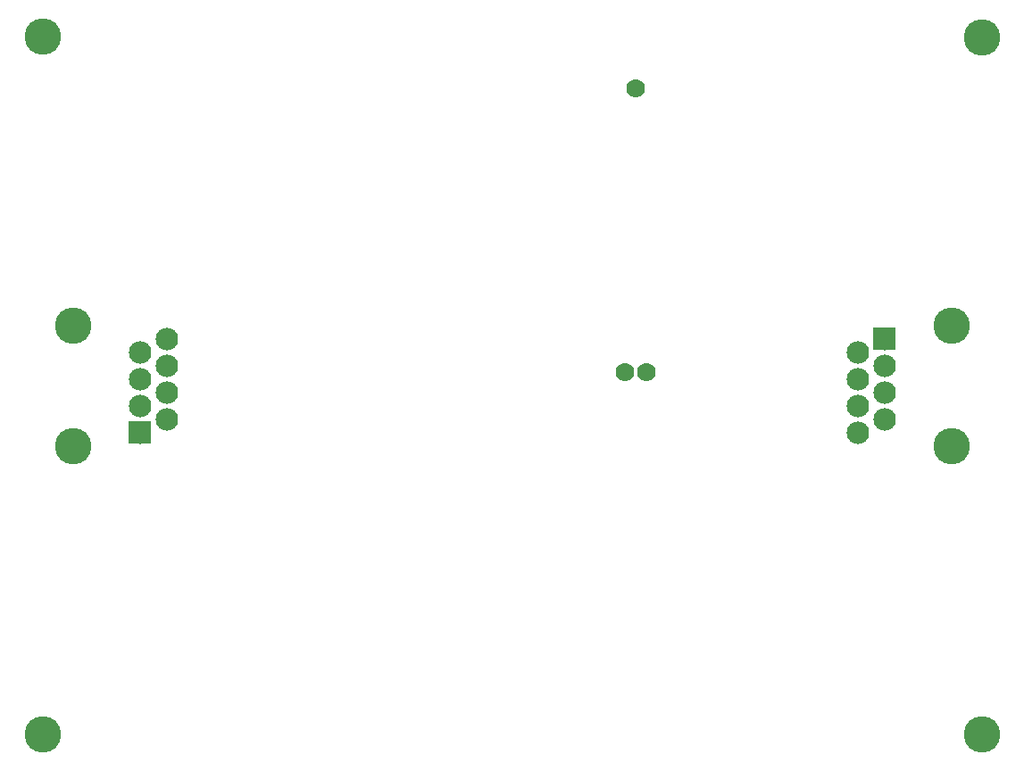
<source format=gbs>
G04 MADE WITH FRITZING*
G04 WWW.FRITZING.ORG*
G04 DOUBLE SIDED*
G04 HOLES PLATED*
G04 CONTOUR ON CENTER OF CONTOUR VECTOR*
%ASAXBY*%
%FSLAX23Y23*%
%MOIN*%
%OFA0B0*%
%SFA1.0B1.0*%
%ADD10C,0.070000*%
%ADD11C,0.135984*%
%ADD12C,0.084000*%
%ADD13R,0.001000X0.001000*%
%LNMASK0*%
G90*
G70*
G54D10*
X2450Y1550D03*
X2410Y2610D03*
X2370Y1550D03*
X2450Y1550D03*
X2410Y2610D03*
X2370Y1550D03*
X2450Y1550D03*
X2410Y2610D03*
X2370Y1550D03*
G54D11*
X198Y198D03*
X197Y2804D03*
X3704Y2803D03*
X3703Y198D03*
G54D12*
X3240Y1325D03*
X3340Y1375D03*
X3240Y1425D03*
X3240Y1525D03*
X3240Y1625D03*
X3340Y1475D03*
X3340Y1575D03*
X3340Y1675D03*
G54D11*
X3590Y1725D03*
X3590Y1275D03*
G54D12*
X3240Y1325D03*
X3340Y1375D03*
X3240Y1425D03*
X3240Y1525D03*
X3240Y1625D03*
X3340Y1475D03*
X3340Y1575D03*
X3340Y1675D03*
G54D11*
X3590Y1725D03*
X3590Y1275D03*
G54D12*
X661Y1675D03*
X561Y1625D03*
X661Y1575D03*
X661Y1475D03*
X661Y1375D03*
X561Y1525D03*
X561Y1425D03*
X561Y1325D03*
G54D11*
X311Y1275D03*
X311Y1725D03*
G54D12*
X661Y1675D03*
X561Y1625D03*
X661Y1575D03*
X661Y1475D03*
X661Y1375D03*
X561Y1525D03*
X561Y1425D03*
X561Y1325D03*
G54D11*
X311Y1275D03*
X311Y1725D03*
G54D13*
X3298Y1717D02*
X3381Y1717D01*
X3298Y1716D02*
X3381Y1716D01*
X3298Y1715D02*
X3381Y1715D01*
X3298Y1714D02*
X3381Y1714D01*
X3298Y1713D02*
X3381Y1713D01*
X3298Y1712D02*
X3381Y1712D01*
X3298Y1711D02*
X3381Y1711D01*
X3298Y1710D02*
X3381Y1710D01*
X3298Y1709D02*
X3381Y1709D01*
X3298Y1708D02*
X3381Y1708D01*
X3298Y1707D02*
X3381Y1707D01*
X3298Y1706D02*
X3381Y1706D01*
X3298Y1705D02*
X3381Y1705D01*
X3298Y1704D02*
X3381Y1704D01*
X3298Y1703D02*
X3381Y1703D01*
X3298Y1702D02*
X3381Y1702D01*
X3298Y1701D02*
X3381Y1701D01*
X3298Y1700D02*
X3381Y1700D01*
X3298Y1699D02*
X3381Y1699D01*
X3298Y1698D02*
X3381Y1698D01*
X3298Y1697D02*
X3381Y1697D01*
X3298Y1696D02*
X3381Y1696D01*
X3298Y1695D02*
X3381Y1695D01*
X3298Y1694D02*
X3381Y1694D01*
X3298Y1693D02*
X3381Y1693D01*
X3298Y1692D02*
X3381Y1692D01*
X3298Y1691D02*
X3381Y1691D01*
X3298Y1690D02*
X3337Y1690D01*
X3342Y1690D02*
X3381Y1690D01*
X3298Y1689D02*
X3333Y1689D01*
X3346Y1689D02*
X3381Y1689D01*
X3298Y1688D02*
X3331Y1688D01*
X3348Y1688D02*
X3381Y1688D01*
X3298Y1687D02*
X3330Y1687D01*
X3349Y1687D02*
X3381Y1687D01*
X3298Y1686D02*
X3329Y1686D01*
X3350Y1686D02*
X3381Y1686D01*
X3298Y1685D02*
X3328Y1685D01*
X3351Y1685D02*
X3381Y1685D01*
X3298Y1684D02*
X3327Y1684D01*
X3352Y1684D02*
X3381Y1684D01*
X3298Y1683D02*
X3326Y1683D01*
X3353Y1683D02*
X3381Y1683D01*
X3298Y1682D02*
X3326Y1682D01*
X3353Y1682D02*
X3381Y1682D01*
X3298Y1681D02*
X3325Y1681D01*
X3354Y1681D02*
X3381Y1681D01*
X3298Y1680D02*
X3325Y1680D01*
X3354Y1680D02*
X3381Y1680D01*
X3298Y1679D02*
X3325Y1679D01*
X3354Y1679D02*
X3381Y1679D01*
X3298Y1678D02*
X3324Y1678D01*
X3354Y1678D02*
X3381Y1678D01*
X3298Y1677D02*
X3324Y1677D01*
X3354Y1677D02*
X3381Y1677D01*
X3298Y1676D02*
X3324Y1676D01*
X3355Y1676D02*
X3381Y1676D01*
X3298Y1675D02*
X3324Y1675D01*
X3355Y1675D02*
X3381Y1675D01*
X3298Y1674D02*
X3324Y1674D01*
X3354Y1674D02*
X3381Y1674D01*
X3298Y1673D02*
X3324Y1673D01*
X3354Y1673D02*
X3381Y1673D01*
X3298Y1672D02*
X3325Y1672D01*
X3354Y1672D02*
X3381Y1672D01*
X3298Y1671D02*
X3325Y1671D01*
X3354Y1671D02*
X3381Y1671D01*
X3298Y1670D02*
X3325Y1670D01*
X3354Y1670D02*
X3381Y1670D01*
X3298Y1669D02*
X3326Y1669D01*
X3353Y1669D02*
X3381Y1669D01*
X3298Y1668D02*
X3326Y1668D01*
X3353Y1668D02*
X3381Y1668D01*
X3298Y1667D02*
X3327Y1667D01*
X3352Y1667D02*
X3381Y1667D01*
X3298Y1666D02*
X3328Y1666D01*
X3351Y1666D02*
X3381Y1666D01*
X3298Y1665D02*
X3329Y1665D01*
X3350Y1665D02*
X3381Y1665D01*
X3298Y1664D02*
X3330Y1664D01*
X3349Y1664D02*
X3381Y1664D01*
X3298Y1663D02*
X3331Y1663D01*
X3348Y1663D02*
X3381Y1663D01*
X3298Y1662D02*
X3333Y1662D01*
X3346Y1662D02*
X3381Y1662D01*
X3298Y1661D02*
X3337Y1661D01*
X3342Y1661D02*
X3381Y1661D01*
X3298Y1660D02*
X3381Y1660D01*
X3298Y1659D02*
X3381Y1659D01*
X3298Y1658D02*
X3381Y1658D01*
X3298Y1657D02*
X3381Y1657D01*
X3298Y1656D02*
X3381Y1656D01*
X3298Y1655D02*
X3381Y1655D01*
X3298Y1654D02*
X3381Y1654D01*
X3298Y1653D02*
X3381Y1653D01*
X3298Y1652D02*
X3381Y1652D01*
X3298Y1651D02*
X3381Y1651D01*
X3298Y1650D02*
X3381Y1650D01*
X3298Y1649D02*
X3381Y1649D01*
X3298Y1648D02*
X3381Y1648D01*
X3298Y1647D02*
X3381Y1647D01*
X3298Y1646D02*
X3381Y1646D01*
X3298Y1645D02*
X3381Y1645D01*
X3298Y1644D02*
X3381Y1644D01*
X3298Y1643D02*
X3381Y1643D01*
X3298Y1642D02*
X3381Y1642D01*
X3298Y1641D02*
X3381Y1641D01*
X3298Y1640D02*
X3381Y1640D01*
X3298Y1639D02*
X3381Y1639D01*
X3298Y1638D02*
X3381Y1638D01*
X3298Y1637D02*
X3381Y1637D01*
X3298Y1636D02*
X3381Y1636D01*
X3298Y1635D02*
X3381Y1635D01*
X3298Y1634D02*
X3381Y1634D01*
X519Y1367D02*
X602Y1367D01*
X519Y1366D02*
X602Y1366D01*
X519Y1365D02*
X602Y1365D01*
X519Y1364D02*
X602Y1364D01*
X519Y1363D02*
X602Y1363D01*
X519Y1362D02*
X602Y1362D01*
X519Y1361D02*
X602Y1361D01*
X519Y1360D02*
X602Y1360D01*
X519Y1359D02*
X602Y1359D01*
X519Y1358D02*
X602Y1358D01*
X519Y1357D02*
X602Y1357D01*
X519Y1356D02*
X602Y1356D01*
X519Y1355D02*
X602Y1355D01*
X519Y1354D02*
X602Y1354D01*
X519Y1353D02*
X602Y1353D01*
X519Y1352D02*
X602Y1352D01*
X519Y1351D02*
X602Y1351D01*
X519Y1350D02*
X602Y1350D01*
X519Y1349D02*
X602Y1349D01*
X519Y1348D02*
X602Y1348D01*
X519Y1347D02*
X602Y1347D01*
X519Y1346D02*
X602Y1346D01*
X519Y1345D02*
X602Y1345D01*
X519Y1344D02*
X602Y1344D01*
X519Y1343D02*
X602Y1343D01*
X519Y1342D02*
X602Y1342D01*
X519Y1341D02*
X602Y1341D01*
X519Y1340D02*
X558Y1340D01*
X563Y1340D02*
X602Y1340D01*
X519Y1339D02*
X554Y1339D01*
X567Y1339D02*
X602Y1339D01*
X519Y1338D02*
X552Y1338D01*
X569Y1338D02*
X602Y1338D01*
X519Y1337D02*
X551Y1337D01*
X570Y1337D02*
X602Y1337D01*
X519Y1336D02*
X550Y1336D01*
X571Y1336D02*
X602Y1336D01*
X519Y1335D02*
X549Y1335D01*
X572Y1335D02*
X602Y1335D01*
X519Y1334D02*
X548Y1334D01*
X573Y1334D02*
X602Y1334D01*
X519Y1333D02*
X547Y1333D01*
X574Y1333D02*
X602Y1333D01*
X519Y1332D02*
X547Y1332D01*
X574Y1332D02*
X602Y1332D01*
X519Y1331D02*
X546Y1331D01*
X575Y1331D02*
X602Y1331D01*
X519Y1330D02*
X546Y1330D01*
X575Y1330D02*
X602Y1330D01*
X519Y1329D02*
X546Y1329D01*
X575Y1329D02*
X602Y1329D01*
X519Y1328D02*
X546Y1328D01*
X575Y1328D02*
X602Y1328D01*
X519Y1327D02*
X545Y1327D01*
X576Y1327D02*
X602Y1327D01*
X519Y1326D02*
X545Y1326D01*
X576Y1326D02*
X602Y1326D01*
X519Y1325D02*
X545Y1325D01*
X576Y1325D02*
X602Y1325D01*
X519Y1324D02*
X545Y1324D01*
X576Y1324D02*
X602Y1324D01*
X519Y1323D02*
X546Y1323D01*
X575Y1323D02*
X602Y1323D01*
X519Y1322D02*
X546Y1322D01*
X575Y1322D02*
X602Y1322D01*
X519Y1321D02*
X546Y1321D01*
X575Y1321D02*
X602Y1321D01*
X519Y1320D02*
X546Y1320D01*
X575Y1320D02*
X602Y1320D01*
X519Y1319D02*
X547Y1319D01*
X574Y1319D02*
X602Y1319D01*
X519Y1318D02*
X547Y1318D01*
X574Y1318D02*
X602Y1318D01*
X519Y1317D02*
X548Y1317D01*
X573Y1317D02*
X602Y1317D01*
X519Y1316D02*
X549Y1316D01*
X572Y1316D02*
X602Y1316D01*
X519Y1315D02*
X550Y1315D01*
X571Y1315D02*
X602Y1315D01*
X519Y1314D02*
X551Y1314D01*
X570Y1314D02*
X602Y1314D01*
X519Y1313D02*
X552Y1313D01*
X569Y1313D02*
X602Y1313D01*
X519Y1312D02*
X554Y1312D01*
X567Y1312D02*
X602Y1312D01*
X519Y1311D02*
X558Y1311D01*
X563Y1311D02*
X602Y1311D01*
X519Y1310D02*
X602Y1310D01*
X519Y1309D02*
X602Y1309D01*
X519Y1308D02*
X602Y1308D01*
X519Y1307D02*
X602Y1307D01*
X519Y1306D02*
X602Y1306D01*
X519Y1305D02*
X602Y1305D01*
X519Y1304D02*
X602Y1304D01*
X519Y1303D02*
X602Y1303D01*
X519Y1302D02*
X602Y1302D01*
X519Y1301D02*
X602Y1301D01*
X519Y1300D02*
X602Y1300D01*
X519Y1299D02*
X602Y1299D01*
X519Y1298D02*
X602Y1298D01*
X519Y1297D02*
X602Y1297D01*
X519Y1296D02*
X602Y1296D01*
X519Y1295D02*
X602Y1295D01*
X519Y1294D02*
X602Y1294D01*
X519Y1293D02*
X602Y1293D01*
X519Y1292D02*
X602Y1292D01*
X519Y1291D02*
X602Y1291D01*
X519Y1290D02*
X602Y1290D01*
X519Y1289D02*
X602Y1289D01*
X519Y1288D02*
X602Y1288D01*
X519Y1287D02*
X602Y1287D01*
X519Y1286D02*
X602Y1286D01*
X519Y1285D02*
X602Y1285D01*
X519Y1284D02*
X602Y1284D01*
D02*
G04 End of Mask0*
M02*
</source>
